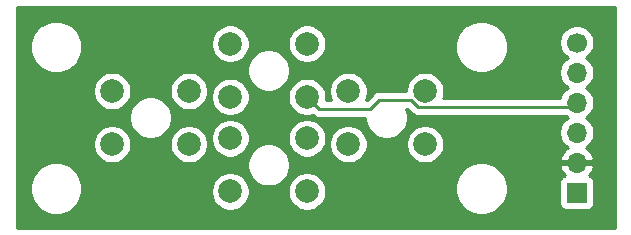
<source format=gbr>
%TF.GenerationSoftware,KiCad,Pcbnew,5.1.7-a382d34a8~88~ubuntu18.04.1*%
%TF.CreationDate,2021-05-23T11:53:04+02:00*%
%TF.ProjectId,button-board-6x6mm-4buttons,62757474-6f6e-42d6-926f-6172642d3678,v1r1*%
%TF.SameCoordinates,Original*%
%TF.FileFunction,Copper,L1,Top*%
%TF.FilePolarity,Positive*%
%FSLAX46Y46*%
G04 Gerber Fmt 4.6, Leading zero omitted, Abs format (unit mm)*
G04 Created by KiCad (PCBNEW 5.1.7-a382d34a8~88~ubuntu18.04.1) date 2021-05-23 11:53:04*
%MOMM*%
%LPD*%
G01*
G04 APERTURE LIST*
%TA.AperFunction,ComponentPad*%
%ADD10R,1.700000X1.700000*%
%TD*%
%TA.AperFunction,ComponentPad*%
%ADD11O,1.700000X1.700000*%
%TD*%
%TA.AperFunction,ComponentPad*%
%ADD12C,1.700000*%
%TD*%
%TA.AperFunction,ComponentPad*%
%ADD13C,2.000000*%
%TD*%
%TA.AperFunction,ViaPad*%
%ADD14C,0.800000*%
%TD*%
%TA.AperFunction,Conductor*%
%ADD15C,0.250000*%
%TD*%
%TA.AperFunction,Conductor*%
%ADD16C,0.254000*%
%TD*%
%TA.AperFunction,Conductor*%
%ADD17C,0.100000*%
%TD*%
G04 APERTURE END LIST*
D10*
%TO.P,J1,6*%
%TO.N,GND*%
X84600000Y-48350000D03*
D11*
%TO.P,J1,5*%
%TO.N,VCC*%
X84600000Y-45810000D03*
%TO.P,J1,4*%
%TO.N,Net-(J1-Pad4)*%
X84600000Y-43270000D03*
%TO.P,J1,3*%
%TO.N,Net-(J1-Pad3)*%
X84600000Y-40730000D03*
%TO.P,J1,2*%
%TO.N,Net-(J1-Pad2)*%
X84600000Y-38190000D03*
D12*
%TO.P,J1,1*%
%TO.N,Net-(J1-Pad1)*%
X84600000Y-35650000D03*
%TD*%
D13*
%TO.P,SW4,1*%
%TO.N,Net-(JP4-Pad2)*%
X71750000Y-39750000D03*
%TO.P,SW4,2*%
%TO.N,Net-(J1-Pad4)*%
X71750000Y-44250000D03*
%TO.P,SW4,1*%
%TO.N,Net-(JP4-Pad2)*%
X65250000Y-39750000D03*
%TO.P,SW4,2*%
%TO.N,Net-(J1-Pad4)*%
X65250000Y-44250000D03*
%TD*%
%TO.P,SW3,1*%
%TO.N,Net-(JP3-Pad2)*%
X61750000Y-35750000D03*
%TO.P,SW3,2*%
%TO.N,Net-(J1-Pad3)*%
X61750000Y-40250000D03*
%TO.P,SW3,1*%
%TO.N,Net-(JP3-Pad2)*%
X55250000Y-35750000D03*
%TO.P,SW3,2*%
%TO.N,Net-(J1-Pad3)*%
X55250000Y-40250000D03*
%TD*%
%TO.P,SW2,1*%
%TO.N,Net-(JP2-Pad2)*%
X61750000Y-43750000D03*
%TO.P,SW2,2*%
%TO.N,Net-(J1-Pad2)*%
X61750000Y-48250000D03*
%TO.P,SW2,1*%
%TO.N,Net-(JP2-Pad2)*%
X55250000Y-43750000D03*
%TO.P,SW2,2*%
%TO.N,Net-(J1-Pad2)*%
X55250000Y-48250000D03*
%TD*%
%TO.P,SW1,1*%
%TO.N,Net-(JP1-Pad2)*%
X51750000Y-39750000D03*
%TO.P,SW1,2*%
%TO.N,Net-(J1-Pad1)*%
X51750000Y-44250000D03*
%TO.P,SW1,1*%
%TO.N,Net-(JP1-Pad2)*%
X45250000Y-39750000D03*
%TO.P,SW1,2*%
%TO.N,Net-(J1-Pad1)*%
X45250000Y-44250000D03*
%TD*%
D14*
%TO.N,VCC*%
X73200000Y-37100000D03*
X53350000Y-35750000D03*
X53150000Y-48250000D03*
X43350000Y-39750000D03*
%TD*%
D15*
%TO.N,Net-(J1-Pad3)*%
X84254999Y-41075001D02*
X84600000Y-40730000D01*
X71113999Y-41075001D02*
X84254999Y-41075001D01*
X70532803Y-40493805D02*
X71113999Y-41075001D01*
X67877715Y-40493805D02*
X70532803Y-40493805D01*
X67121521Y-41249999D02*
X67877715Y-40493805D01*
X62749999Y-41249999D02*
X67121521Y-41249999D01*
X61750000Y-40250000D02*
X62749999Y-41249999D01*
%TD*%
D16*
%TO.N,VCC*%
X87840001Y-51340000D02*
X37160000Y-51340000D01*
X37160000Y-47796552D01*
X38270380Y-47796552D01*
X38270380Y-48236808D01*
X38356270Y-48668605D01*
X38524749Y-49075349D01*
X38769342Y-49441409D01*
X39080651Y-49752718D01*
X39446711Y-49997311D01*
X39853455Y-50165790D01*
X40285252Y-50251680D01*
X40725508Y-50251680D01*
X41157305Y-50165790D01*
X41564049Y-49997311D01*
X41930109Y-49752718D01*
X42241418Y-49441409D01*
X42486011Y-49075349D01*
X42654490Y-48668605D01*
X42740380Y-48236808D01*
X42740380Y-48088967D01*
X53615000Y-48088967D01*
X53615000Y-48411033D01*
X53677832Y-48726912D01*
X53801082Y-49024463D01*
X53980013Y-49292252D01*
X54207748Y-49519987D01*
X54475537Y-49698918D01*
X54773088Y-49822168D01*
X55088967Y-49885000D01*
X55411033Y-49885000D01*
X55726912Y-49822168D01*
X56024463Y-49698918D01*
X56292252Y-49519987D01*
X56519987Y-49292252D01*
X56698918Y-49024463D01*
X56822168Y-48726912D01*
X56885000Y-48411033D01*
X56885000Y-48088967D01*
X60115000Y-48088967D01*
X60115000Y-48411033D01*
X60177832Y-48726912D01*
X60301082Y-49024463D01*
X60480013Y-49292252D01*
X60707748Y-49519987D01*
X60975537Y-49698918D01*
X61273088Y-49822168D01*
X61588967Y-49885000D01*
X61911033Y-49885000D01*
X62226912Y-49822168D01*
X62524463Y-49698918D01*
X62792252Y-49519987D01*
X63019987Y-49292252D01*
X63198918Y-49024463D01*
X63322168Y-48726912D01*
X63385000Y-48411033D01*
X63385000Y-48088967D01*
X63326836Y-47796552D01*
X74262180Y-47796552D01*
X74262180Y-48236808D01*
X74348070Y-48668605D01*
X74516549Y-49075349D01*
X74761142Y-49441409D01*
X75072451Y-49752718D01*
X75438511Y-49997311D01*
X75845255Y-50165790D01*
X76277052Y-50251680D01*
X76717308Y-50251680D01*
X77149105Y-50165790D01*
X77555849Y-49997311D01*
X77921909Y-49752718D01*
X78233218Y-49441409D01*
X78477811Y-49075349D01*
X78646290Y-48668605D01*
X78732180Y-48236808D01*
X78732180Y-47796552D01*
X78673192Y-47500000D01*
X83111928Y-47500000D01*
X83111928Y-49200000D01*
X83124188Y-49324482D01*
X83160498Y-49444180D01*
X83219463Y-49554494D01*
X83298815Y-49651185D01*
X83395506Y-49730537D01*
X83505820Y-49789502D01*
X83625518Y-49825812D01*
X83750000Y-49838072D01*
X85450000Y-49838072D01*
X85574482Y-49825812D01*
X85694180Y-49789502D01*
X85804494Y-49730537D01*
X85901185Y-49651185D01*
X85980537Y-49554494D01*
X86039502Y-49444180D01*
X86075812Y-49324482D01*
X86088072Y-49200000D01*
X86088072Y-47500000D01*
X86075812Y-47375518D01*
X86039502Y-47255820D01*
X85980537Y-47145506D01*
X85901185Y-47048815D01*
X85804494Y-46969463D01*
X85694180Y-46910498D01*
X85613534Y-46886034D01*
X85697588Y-46810269D01*
X85871641Y-46576920D01*
X85996825Y-46314099D01*
X86041476Y-46166890D01*
X85920155Y-45937000D01*
X84727000Y-45937000D01*
X84727000Y-45957000D01*
X84473000Y-45957000D01*
X84473000Y-45937000D01*
X83279845Y-45937000D01*
X83158524Y-46166890D01*
X83203175Y-46314099D01*
X83328359Y-46576920D01*
X83502412Y-46810269D01*
X83586466Y-46886034D01*
X83505820Y-46910498D01*
X83395506Y-46969463D01*
X83298815Y-47048815D01*
X83219463Y-47145506D01*
X83160498Y-47255820D01*
X83124188Y-47375518D01*
X83111928Y-47500000D01*
X78673192Y-47500000D01*
X78646290Y-47364755D01*
X78477811Y-46958011D01*
X78233218Y-46591951D01*
X77921909Y-46280642D01*
X77555849Y-46036049D01*
X77149105Y-45867570D01*
X76717308Y-45781680D01*
X76277052Y-45781680D01*
X75845255Y-45867570D01*
X75438511Y-46036049D01*
X75072451Y-46280642D01*
X74761142Y-46591951D01*
X74516549Y-46958011D01*
X74348070Y-47364755D01*
X74262180Y-47796552D01*
X63326836Y-47796552D01*
X63322168Y-47773088D01*
X63198918Y-47475537D01*
X63019987Y-47207748D01*
X62792252Y-46980013D01*
X62524463Y-46801082D01*
X62226912Y-46677832D01*
X61911033Y-46615000D01*
X61588967Y-46615000D01*
X61273088Y-46677832D01*
X60975537Y-46801082D01*
X60707748Y-46980013D01*
X60480013Y-47207748D01*
X60301082Y-47475537D01*
X60177832Y-47773088D01*
X60115000Y-48088967D01*
X56885000Y-48088967D01*
X56822168Y-47773088D01*
X56698918Y-47475537D01*
X56519987Y-47207748D01*
X56292252Y-46980013D01*
X56024463Y-46801082D01*
X55726912Y-46677832D01*
X55411033Y-46615000D01*
X55088967Y-46615000D01*
X54773088Y-46677832D01*
X54475537Y-46801082D01*
X54207748Y-46980013D01*
X53980013Y-47207748D01*
X53801082Y-47475537D01*
X53677832Y-47773088D01*
X53615000Y-48088967D01*
X42740380Y-48088967D01*
X42740380Y-47796552D01*
X42654490Y-47364755D01*
X42486011Y-46958011D01*
X42241418Y-46591951D01*
X41930109Y-46280642D01*
X41564049Y-46036049D01*
X41157305Y-45867570D01*
X40725508Y-45781680D01*
X40285252Y-45781680D01*
X39853455Y-45867570D01*
X39446711Y-46036049D01*
X39080651Y-46280642D01*
X38769342Y-46591951D01*
X38524749Y-46958011D01*
X38356270Y-47364755D01*
X38270380Y-47796552D01*
X37160000Y-47796552D01*
X37160000Y-44088967D01*
X43615000Y-44088967D01*
X43615000Y-44411033D01*
X43677832Y-44726912D01*
X43801082Y-45024463D01*
X43980013Y-45292252D01*
X44207748Y-45519987D01*
X44475537Y-45698918D01*
X44773088Y-45822168D01*
X45088967Y-45885000D01*
X45411033Y-45885000D01*
X45726912Y-45822168D01*
X46024463Y-45698918D01*
X46292252Y-45519987D01*
X46519987Y-45292252D01*
X46698918Y-45024463D01*
X46822168Y-44726912D01*
X46885000Y-44411033D01*
X46885000Y-44088967D01*
X50115000Y-44088967D01*
X50115000Y-44411033D01*
X50177832Y-44726912D01*
X50301082Y-45024463D01*
X50480013Y-45292252D01*
X50707748Y-45519987D01*
X50975537Y-45698918D01*
X51273088Y-45822168D01*
X51588967Y-45885000D01*
X51911033Y-45885000D01*
X52226912Y-45822168D01*
X52230627Y-45820629D01*
X56678812Y-45820629D01*
X56678812Y-46179371D01*
X56748799Y-46531221D01*
X56886084Y-46862656D01*
X57085391Y-47160940D01*
X57339060Y-47414609D01*
X57637344Y-47613916D01*
X57968779Y-47751201D01*
X58320629Y-47821188D01*
X58679371Y-47821188D01*
X59031221Y-47751201D01*
X59362656Y-47613916D01*
X59660940Y-47414609D01*
X59914609Y-47160940D01*
X60113916Y-46862656D01*
X60251201Y-46531221D01*
X60321188Y-46179371D01*
X60321188Y-45820629D01*
X60251201Y-45468779D01*
X60113916Y-45137344D01*
X59914609Y-44839060D01*
X59660940Y-44585391D01*
X59362656Y-44386084D01*
X59031221Y-44248799D01*
X58679371Y-44178812D01*
X58320629Y-44178812D01*
X57968779Y-44248799D01*
X57637344Y-44386084D01*
X57339060Y-44585391D01*
X57085391Y-44839060D01*
X56886084Y-45137344D01*
X56748799Y-45468779D01*
X56678812Y-45820629D01*
X52230627Y-45820629D01*
X52524463Y-45698918D01*
X52792252Y-45519987D01*
X53019987Y-45292252D01*
X53198918Y-45024463D01*
X53322168Y-44726912D01*
X53385000Y-44411033D01*
X53385000Y-44088967D01*
X53322168Y-43773088D01*
X53245903Y-43588967D01*
X53615000Y-43588967D01*
X53615000Y-43911033D01*
X53677832Y-44226912D01*
X53801082Y-44524463D01*
X53980013Y-44792252D01*
X54207748Y-45019987D01*
X54475537Y-45198918D01*
X54773088Y-45322168D01*
X55088967Y-45385000D01*
X55411033Y-45385000D01*
X55726912Y-45322168D01*
X56024463Y-45198918D01*
X56292252Y-45019987D01*
X56519987Y-44792252D01*
X56698918Y-44524463D01*
X56822168Y-44226912D01*
X56885000Y-43911033D01*
X56885000Y-43588967D01*
X60115000Y-43588967D01*
X60115000Y-43911033D01*
X60177832Y-44226912D01*
X60301082Y-44524463D01*
X60480013Y-44792252D01*
X60707748Y-45019987D01*
X60975537Y-45198918D01*
X61273088Y-45322168D01*
X61588967Y-45385000D01*
X61911033Y-45385000D01*
X62226912Y-45322168D01*
X62524463Y-45198918D01*
X62792252Y-45019987D01*
X63019987Y-44792252D01*
X63198918Y-44524463D01*
X63322168Y-44226912D01*
X63349606Y-44088967D01*
X63615000Y-44088967D01*
X63615000Y-44411033D01*
X63677832Y-44726912D01*
X63801082Y-45024463D01*
X63980013Y-45292252D01*
X64207748Y-45519987D01*
X64475537Y-45698918D01*
X64773088Y-45822168D01*
X65088967Y-45885000D01*
X65411033Y-45885000D01*
X65726912Y-45822168D01*
X66024463Y-45698918D01*
X66292252Y-45519987D01*
X66519987Y-45292252D01*
X66698918Y-45024463D01*
X66822168Y-44726912D01*
X66885000Y-44411033D01*
X66885000Y-44088967D01*
X70115000Y-44088967D01*
X70115000Y-44411033D01*
X70177832Y-44726912D01*
X70301082Y-45024463D01*
X70480013Y-45292252D01*
X70707748Y-45519987D01*
X70975537Y-45698918D01*
X71273088Y-45822168D01*
X71588967Y-45885000D01*
X71911033Y-45885000D01*
X72226912Y-45822168D01*
X72524463Y-45698918D01*
X72792252Y-45519987D01*
X73019987Y-45292252D01*
X73198918Y-45024463D01*
X73322168Y-44726912D01*
X73385000Y-44411033D01*
X73385000Y-44088967D01*
X73322168Y-43773088D01*
X73198918Y-43475537D01*
X73019987Y-43207748D01*
X72792252Y-42980013D01*
X72524463Y-42801082D01*
X72226912Y-42677832D01*
X71911033Y-42615000D01*
X71588967Y-42615000D01*
X71273088Y-42677832D01*
X70975537Y-42801082D01*
X70707748Y-42980013D01*
X70480013Y-43207748D01*
X70301082Y-43475537D01*
X70177832Y-43773088D01*
X70115000Y-44088967D01*
X66885000Y-44088967D01*
X66822168Y-43773088D01*
X66698918Y-43475537D01*
X66519987Y-43207748D01*
X66292252Y-42980013D01*
X66024463Y-42801082D01*
X65726912Y-42677832D01*
X65411033Y-42615000D01*
X65088967Y-42615000D01*
X64773088Y-42677832D01*
X64475537Y-42801082D01*
X64207748Y-42980013D01*
X63980013Y-43207748D01*
X63801082Y-43475537D01*
X63677832Y-43773088D01*
X63615000Y-44088967D01*
X63349606Y-44088967D01*
X63385000Y-43911033D01*
X63385000Y-43588967D01*
X63322168Y-43273088D01*
X63198918Y-42975537D01*
X63019987Y-42707748D01*
X62792252Y-42480013D01*
X62524463Y-42301082D01*
X62226912Y-42177832D01*
X61911033Y-42115000D01*
X61588967Y-42115000D01*
X61273088Y-42177832D01*
X60975537Y-42301082D01*
X60707748Y-42480013D01*
X60480013Y-42707748D01*
X60301082Y-42975537D01*
X60177832Y-43273088D01*
X60115000Y-43588967D01*
X56885000Y-43588967D01*
X56822168Y-43273088D01*
X56698918Y-42975537D01*
X56519987Y-42707748D01*
X56292252Y-42480013D01*
X56024463Y-42301082D01*
X55726912Y-42177832D01*
X55411033Y-42115000D01*
X55088967Y-42115000D01*
X54773088Y-42177832D01*
X54475537Y-42301082D01*
X54207748Y-42480013D01*
X53980013Y-42707748D01*
X53801082Y-42975537D01*
X53677832Y-43273088D01*
X53615000Y-43588967D01*
X53245903Y-43588967D01*
X53198918Y-43475537D01*
X53019987Y-43207748D01*
X52792252Y-42980013D01*
X52524463Y-42801082D01*
X52226912Y-42677832D01*
X51911033Y-42615000D01*
X51588967Y-42615000D01*
X51273088Y-42677832D01*
X50975537Y-42801082D01*
X50707748Y-42980013D01*
X50480013Y-43207748D01*
X50301082Y-43475537D01*
X50177832Y-43773088D01*
X50115000Y-44088967D01*
X46885000Y-44088967D01*
X46822168Y-43773088D01*
X46698918Y-43475537D01*
X46519987Y-43207748D01*
X46292252Y-42980013D01*
X46024463Y-42801082D01*
X45726912Y-42677832D01*
X45411033Y-42615000D01*
X45088967Y-42615000D01*
X44773088Y-42677832D01*
X44475537Y-42801082D01*
X44207748Y-42980013D01*
X43980013Y-43207748D01*
X43801082Y-43475537D01*
X43677832Y-43773088D01*
X43615000Y-44088967D01*
X37160000Y-44088967D01*
X37160000Y-41820629D01*
X46678812Y-41820629D01*
X46678812Y-42179371D01*
X46748799Y-42531221D01*
X46886084Y-42862656D01*
X47085391Y-43160940D01*
X47339060Y-43414609D01*
X47637344Y-43613916D01*
X47968779Y-43751201D01*
X48320629Y-43821188D01*
X48679371Y-43821188D01*
X49031221Y-43751201D01*
X49362656Y-43613916D01*
X49660940Y-43414609D01*
X49914609Y-43160940D01*
X50113916Y-42862656D01*
X50251201Y-42531221D01*
X50321188Y-42179371D01*
X50321188Y-41820629D01*
X50251201Y-41468779D01*
X50113916Y-41137344D01*
X49914609Y-40839060D01*
X49660940Y-40585391D01*
X49362656Y-40386084D01*
X49031221Y-40248799D01*
X48679371Y-40178812D01*
X48320629Y-40178812D01*
X47968779Y-40248799D01*
X47637344Y-40386084D01*
X47339060Y-40585391D01*
X47085391Y-40839060D01*
X46886084Y-41137344D01*
X46748799Y-41468779D01*
X46678812Y-41820629D01*
X37160000Y-41820629D01*
X37160000Y-39588967D01*
X43615000Y-39588967D01*
X43615000Y-39911033D01*
X43677832Y-40226912D01*
X43801082Y-40524463D01*
X43980013Y-40792252D01*
X44207748Y-41019987D01*
X44475537Y-41198918D01*
X44773088Y-41322168D01*
X45088967Y-41385000D01*
X45411033Y-41385000D01*
X45726912Y-41322168D01*
X46024463Y-41198918D01*
X46292252Y-41019987D01*
X46519987Y-40792252D01*
X46698918Y-40524463D01*
X46822168Y-40226912D01*
X46885000Y-39911033D01*
X46885000Y-39588967D01*
X50115000Y-39588967D01*
X50115000Y-39911033D01*
X50177832Y-40226912D01*
X50301082Y-40524463D01*
X50480013Y-40792252D01*
X50707748Y-41019987D01*
X50975537Y-41198918D01*
X51273088Y-41322168D01*
X51588967Y-41385000D01*
X51911033Y-41385000D01*
X52226912Y-41322168D01*
X52524463Y-41198918D01*
X52792252Y-41019987D01*
X53019987Y-40792252D01*
X53198918Y-40524463D01*
X53322168Y-40226912D01*
X53349606Y-40088967D01*
X53615000Y-40088967D01*
X53615000Y-40411033D01*
X53677832Y-40726912D01*
X53801082Y-41024463D01*
X53980013Y-41292252D01*
X54207748Y-41519987D01*
X54475537Y-41698918D01*
X54773088Y-41822168D01*
X55088967Y-41885000D01*
X55411033Y-41885000D01*
X55726912Y-41822168D01*
X56024463Y-41698918D01*
X56292252Y-41519987D01*
X56519987Y-41292252D01*
X56698918Y-41024463D01*
X56822168Y-40726912D01*
X56885000Y-40411033D01*
X56885000Y-40088967D01*
X60115000Y-40088967D01*
X60115000Y-40411033D01*
X60177832Y-40726912D01*
X60301082Y-41024463D01*
X60480013Y-41292252D01*
X60707748Y-41519987D01*
X60975537Y-41698918D01*
X61273088Y-41822168D01*
X61588967Y-41885000D01*
X61911033Y-41885000D01*
X62226912Y-41822168D01*
X62241721Y-41816034D01*
X62325722Y-41884973D01*
X62451067Y-41951972D01*
X62457752Y-41955545D01*
X62601013Y-41999002D01*
X62712666Y-42009999D01*
X62712675Y-42009999D01*
X62749998Y-42013675D01*
X62787321Y-42009999D01*
X66678812Y-42009999D01*
X66678812Y-42179371D01*
X66748799Y-42531221D01*
X66886084Y-42862656D01*
X67085391Y-43160940D01*
X67339060Y-43414609D01*
X67637344Y-43613916D01*
X67968779Y-43751201D01*
X68320629Y-43821188D01*
X68679371Y-43821188D01*
X69031221Y-43751201D01*
X69362656Y-43613916D01*
X69660940Y-43414609D01*
X69914609Y-43160940D01*
X70113916Y-42862656D01*
X70251201Y-42531221D01*
X70321188Y-42179371D01*
X70321188Y-41820629D01*
X70251201Y-41468779D01*
X70162156Y-41253805D01*
X70218002Y-41253805D01*
X70550199Y-41586003D01*
X70573998Y-41615002D01*
X70689723Y-41709975D01*
X70821752Y-41780547D01*
X70965013Y-41824004D01*
X71076666Y-41835001D01*
X71076675Y-41835001D01*
X71113998Y-41838677D01*
X71151321Y-41835001D01*
X83604894Y-41835001D01*
X83653368Y-41883475D01*
X83827760Y-42000000D01*
X83653368Y-42116525D01*
X83446525Y-42323368D01*
X83284010Y-42566589D01*
X83172068Y-42836842D01*
X83115000Y-43123740D01*
X83115000Y-43416260D01*
X83172068Y-43703158D01*
X83284010Y-43973411D01*
X83446525Y-44216632D01*
X83653368Y-44423475D01*
X83835534Y-44545195D01*
X83718645Y-44614822D01*
X83502412Y-44809731D01*
X83328359Y-45043080D01*
X83203175Y-45305901D01*
X83158524Y-45453110D01*
X83279845Y-45683000D01*
X84473000Y-45683000D01*
X84473000Y-45663000D01*
X84727000Y-45663000D01*
X84727000Y-45683000D01*
X85920155Y-45683000D01*
X86041476Y-45453110D01*
X85996825Y-45305901D01*
X85871641Y-45043080D01*
X85697588Y-44809731D01*
X85481355Y-44614822D01*
X85364466Y-44545195D01*
X85546632Y-44423475D01*
X85753475Y-44216632D01*
X85915990Y-43973411D01*
X86027932Y-43703158D01*
X86085000Y-43416260D01*
X86085000Y-43123740D01*
X86027932Y-42836842D01*
X85915990Y-42566589D01*
X85753475Y-42323368D01*
X85546632Y-42116525D01*
X85372240Y-42000000D01*
X85546632Y-41883475D01*
X85753475Y-41676632D01*
X85915990Y-41433411D01*
X86027932Y-41163158D01*
X86085000Y-40876260D01*
X86085000Y-40583740D01*
X86027932Y-40296842D01*
X85915990Y-40026589D01*
X85753475Y-39783368D01*
X85546632Y-39576525D01*
X85372240Y-39460000D01*
X85546632Y-39343475D01*
X85753475Y-39136632D01*
X85915990Y-38893411D01*
X86027932Y-38623158D01*
X86085000Y-38336260D01*
X86085000Y-38043740D01*
X86027932Y-37756842D01*
X85915990Y-37486589D01*
X85753475Y-37243368D01*
X85546632Y-37036525D01*
X85372240Y-36920000D01*
X85546632Y-36803475D01*
X85753475Y-36596632D01*
X85915990Y-36353411D01*
X86027932Y-36083158D01*
X86085000Y-35796260D01*
X86085000Y-35503740D01*
X86027932Y-35216842D01*
X85915990Y-34946589D01*
X85753475Y-34703368D01*
X85546632Y-34496525D01*
X85303411Y-34334010D01*
X85033158Y-34222068D01*
X84746260Y-34165000D01*
X84453740Y-34165000D01*
X84166842Y-34222068D01*
X83896589Y-34334010D01*
X83653368Y-34496525D01*
X83446525Y-34703368D01*
X83284010Y-34946589D01*
X83172068Y-35216842D01*
X83115000Y-35503740D01*
X83115000Y-35796260D01*
X83172068Y-36083158D01*
X83284010Y-36353411D01*
X83446525Y-36596632D01*
X83653368Y-36803475D01*
X83827760Y-36920000D01*
X83653368Y-37036525D01*
X83446525Y-37243368D01*
X83284010Y-37486589D01*
X83172068Y-37756842D01*
X83115000Y-38043740D01*
X83115000Y-38336260D01*
X83172068Y-38623158D01*
X83284010Y-38893411D01*
X83446525Y-39136632D01*
X83653368Y-39343475D01*
X83827760Y-39460000D01*
X83653368Y-39576525D01*
X83446525Y-39783368D01*
X83284010Y-40026589D01*
X83172068Y-40296842D01*
X83168456Y-40315001D01*
X73285680Y-40315001D01*
X73322168Y-40226912D01*
X73385000Y-39911033D01*
X73385000Y-39588967D01*
X73322168Y-39273088D01*
X73198918Y-38975537D01*
X73019987Y-38707748D01*
X72792252Y-38480013D01*
X72524463Y-38301082D01*
X72226912Y-38177832D01*
X71911033Y-38115000D01*
X71588967Y-38115000D01*
X71273088Y-38177832D01*
X70975537Y-38301082D01*
X70707748Y-38480013D01*
X70480013Y-38707748D01*
X70301082Y-38975537D01*
X70177832Y-39273088D01*
X70115000Y-39588967D01*
X70115000Y-39733805D01*
X67915038Y-39733805D01*
X67877715Y-39730129D01*
X67840392Y-39733805D01*
X67840382Y-39733805D01*
X67728729Y-39744802D01*
X67585468Y-39788259D01*
X67453439Y-39858831D01*
X67337714Y-39953804D01*
X67313916Y-39982803D01*
X66806720Y-40489999D01*
X66713193Y-40489999D01*
X66822168Y-40226912D01*
X66885000Y-39911033D01*
X66885000Y-39588967D01*
X66822168Y-39273088D01*
X66698918Y-38975537D01*
X66519987Y-38707748D01*
X66292252Y-38480013D01*
X66024463Y-38301082D01*
X65726912Y-38177832D01*
X65411033Y-38115000D01*
X65088967Y-38115000D01*
X64773088Y-38177832D01*
X64475537Y-38301082D01*
X64207748Y-38480013D01*
X63980013Y-38707748D01*
X63801082Y-38975537D01*
X63677832Y-39273088D01*
X63615000Y-39588967D01*
X63615000Y-39911033D01*
X63677832Y-40226912D01*
X63786807Y-40489999D01*
X63369293Y-40489999D01*
X63385000Y-40411033D01*
X63385000Y-40088967D01*
X63322168Y-39773088D01*
X63198918Y-39475537D01*
X63019987Y-39207748D01*
X62792252Y-38980013D01*
X62524463Y-38801082D01*
X62226912Y-38677832D01*
X61911033Y-38615000D01*
X61588967Y-38615000D01*
X61273088Y-38677832D01*
X60975537Y-38801082D01*
X60707748Y-38980013D01*
X60480013Y-39207748D01*
X60301082Y-39475537D01*
X60177832Y-39773088D01*
X60115000Y-40088967D01*
X56885000Y-40088967D01*
X56822168Y-39773088D01*
X56698918Y-39475537D01*
X56519987Y-39207748D01*
X56292252Y-38980013D01*
X56024463Y-38801082D01*
X55726912Y-38677832D01*
X55411033Y-38615000D01*
X55088967Y-38615000D01*
X54773088Y-38677832D01*
X54475537Y-38801082D01*
X54207748Y-38980013D01*
X53980013Y-39207748D01*
X53801082Y-39475537D01*
X53677832Y-39773088D01*
X53615000Y-40088967D01*
X53349606Y-40088967D01*
X53385000Y-39911033D01*
X53385000Y-39588967D01*
X53322168Y-39273088D01*
X53198918Y-38975537D01*
X53019987Y-38707748D01*
X52792252Y-38480013D01*
X52524463Y-38301082D01*
X52226912Y-38177832D01*
X51911033Y-38115000D01*
X51588967Y-38115000D01*
X51273088Y-38177832D01*
X50975537Y-38301082D01*
X50707748Y-38480013D01*
X50480013Y-38707748D01*
X50301082Y-38975537D01*
X50177832Y-39273088D01*
X50115000Y-39588967D01*
X46885000Y-39588967D01*
X46822168Y-39273088D01*
X46698918Y-38975537D01*
X46519987Y-38707748D01*
X46292252Y-38480013D01*
X46024463Y-38301082D01*
X45726912Y-38177832D01*
X45411033Y-38115000D01*
X45088967Y-38115000D01*
X44773088Y-38177832D01*
X44475537Y-38301082D01*
X44207748Y-38480013D01*
X43980013Y-38707748D01*
X43801082Y-38975537D01*
X43677832Y-39273088D01*
X43615000Y-39588967D01*
X37160000Y-39588967D01*
X37160000Y-35796552D01*
X38270380Y-35796552D01*
X38270380Y-36236808D01*
X38356270Y-36668605D01*
X38524749Y-37075349D01*
X38769342Y-37441409D01*
X39080651Y-37752718D01*
X39446711Y-37997311D01*
X39853455Y-38165790D01*
X40285252Y-38251680D01*
X40725508Y-38251680D01*
X41157305Y-38165790D01*
X41564049Y-37997311D01*
X41828472Y-37820629D01*
X56678812Y-37820629D01*
X56678812Y-38179371D01*
X56748799Y-38531221D01*
X56886084Y-38862656D01*
X57085391Y-39160940D01*
X57339060Y-39414609D01*
X57637344Y-39613916D01*
X57968779Y-39751201D01*
X58320629Y-39821188D01*
X58679371Y-39821188D01*
X59031221Y-39751201D01*
X59362656Y-39613916D01*
X59660940Y-39414609D01*
X59914609Y-39160940D01*
X60113916Y-38862656D01*
X60251201Y-38531221D01*
X60321188Y-38179371D01*
X60321188Y-37820629D01*
X60251201Y-37468779D01*
X60113916Y-37137344D01*
X59914609Y-36839060D01*
X59660940Y-36585391D01*
X59362656Y-36386084D01*
X59031221Y-36248799D01*
X58679371Y-36178812D01*
X58320629Y-36178812D01*
X57968779Y-36248799D01*
X57637344Y-36386084D01*
X57339060Y-36585391D01*
X57085391Y-36839060D01*
X56886084Y-37137344D01*
X56748799Y-37468779D01*
X56678812Y-37820629D01*
X41828472Y-37820629D01*
X41930109Y-37752718D01*
X42241418Y-37441409D01*
X42486011Y-37075349D01*
X42654490Y-36668605D01*
X42740380Y-36236808D01*
X42740380Y-35796552D01*
X42699089Y-35588967D01*
X53615000Y-35588967D01*
X53615000Y-35911033D01*
X53677832Y-36226912D01*
X53801082Y-36524463D01*
X53980013Y-36792252D01*
X54207748Y-37019987D01*
X54475537Y-37198918D01*
X54773088Y-37322168D01*
X55088967Y-37385000D01*
X55411033Y-37385000D01*
X55726912Y-37322168D01*
X56024463Y-37198918D01*
X56292252Y-37019987D01*
X56519987Y-36792252D01*
X56698918Y-36524463D01*
X56822168Y-36226912D01*
X56885000Y-35911033D01*
X56885000Y-35588967D01*
X60115000Y-35588967D01*
X60115000Y-35911033D01*
X60177832Y-36226912D01*
X60301082Y-36524463D01*
X60480013Y-36792252D01*
X60707748Y-37019987D01*
X60975537Y-37198918D01*
X61273088Y-37322168D01*
X61588967Y-37385000D01*
X61911033Y-37385000D01*
X62226912Y-37322168D01*
X62524463Y-37198918D01*
X62792252Y-37019987D01*
X63019987Y-36792252D01*
X63198918Y-36524463D01*
X63322168Y-36226912D01*
X63385000Y-35911033D01*
X63385000Y-35796552D01*
X74262180Y-35796552D01*
X74262180Y-36236808D01*
X74348070Y-36668605D01*
X74516549Y-37075349D01*
X74761142Y-37441409D01*
X75072451Y-37752718D01*
X75438511Y-37997311D01*
X75845255Y-38165790D01*
X76277052Y-38251680D01*
X76717308Y-38251680D01*
X77149105Y-38165790D01*
X77555849Y-37997311D01*
X77921909Y-37752718D01*
X78233218Y-37441409D01*
X78477811Y-37075349D01*
X78646290Y-36668605D01*
X78732180Y-36236808D01*
X78732180Y-35796552D01*
X78646290Y-35364755D01*
X78477811Y-34958011D01*
X78233218Y-34591951D01*
X77921909Y-34280642D01*
X77555849Y-34036049D01*
X77149105Y-33867570D01*
X76717308Y-33781680D01*
X76277052Y-33781680D01*
X75845255Y-33867570D01*
X75438511Y-34036049D01*
X75072451Y-34280642D01*
X74761142Y-34591951D01*
X74516549Y-34958011D01*
X74348070Y-35364755D01*
X74262180Y-35796552D01*
X63385000Y-35796552D01*
X63385000Y-35588967D01*
X63322168Y-35273088D01*
X63198918Y-34975537D01*
X63019987Y-34707748D01*
X62792252Y-34480013D01*
X62524463Y-34301082D01*
X62226912Y-34177832D01*
X61911033Y-34115000D01*
X61588967Y-34115000D01*
X61273088Y-34177832D01*
X60975537Y-34301082D01*
X60707748Y-34480013D01*
X60480013Y-34707748D01*
X60301082Y-34975537D01*
X60177832Y-35273088D01*
X60115000Y-35588967D01*
X56885000Y-35588967D01*
X56822168Y-35273088D01*
X56698918Y-34975537D01*
X56519987Y-34707748D01*
X56292252Y-34480013D01*
X56024463Y-34301082D01*
X55726912Y-34177832D01*
X55411033Y-34115000D01*
X55088967Y-34115000D01*
X54773088Y-34177832D01*
X54475537Y-34301082D01*
X54207748Y-34480013D01*
X53980013Y-34707748D01*
X53801082Y-34975537D01*
X53677832Y-35273088D01*
X53615000Y-35588967D01*
X42699089Y-35588967D01*
X42654490Y-35364755D01*
X42486011Y-34958011D01*
X42241418Y-34591951D01*
X41930109Y-34280642D01*
X41564049Y-34036049D01*
X41157305Y-33867570D01*
X40725508Y-33781680D01*
X40285252Y-33781680D01*
X39853455Y-33867570D01*
X39446711Y-34036049D01*
X39080651Y-34280642D01*
X38769342Y-34591951D01*
X38524749Y-34958011D01*
X38356270Y-35364755D01*
X38270380Y-35796552D01*
X37160000Y-35796552D01*
X37160000Y-32667275D01*
X37160666Y-32660487D01*
X37165301Y-32660000D01*
X87840000Y-32660000D01*
X87840001Y-51340000D01*
%TA.AperFunction,Conductor*%
D17*
G36*
X87840001Y-51340000D02*
G01*
X37160000Y-51340000D01*
X37160000Y-47796552D01*
X38270380Y-47796552D01*
X38270380Y-48236808D01*
X38356270Y-48668605D01*
X38524749Y-49075349D01*
X38769342Y-49441409D01*
X39080651Y-49752718D01*
X39446711Y-49997311D01*
X39853455Y-50165790D01*
X40285252Y-50251680D01*
X40725508Y-50251680D01*
X41157305Y-50165790D01*
X41564049Y-49997311D01*
X41930109Y-49752718D01*
X42241418Y-49441409D01*
X42486011Y-49075349D01*
X42654490Y-48668605D01*
X42740380Y-48236808D01*
X42740380Y-48088967D01*
X53615000Y-48088967D01*
X53615000Y-48411033D01*
X53677832Y-48726912D01*
X53801082Y-49024463D01*
X53980013Y-49292252D01*
X54207748Y-49519987D01*
X54475537Y-49698918D01*
X54773088Y-49822168D01*
X55088967Y-49885000D01*
X55411033Y-49885000D01*
X55726912Y-49822168D01*
X56024463Y-49698918D01*
X56292252Y-49519987D01*
X56519987Y-49292252D01*
X56698918Y-49024463D01*
X56822168Y-48726912D01*
X56885000Y-48411033D01*
X56885000Y-48088967D01*
X60115000Y-48088967D01*
X60115000Y-48411033D01*
X60177832Y-48726912D01*
X60301082Y-49024463D01*
X60480013Y-49292252D01*
X60707748Y-49519987D01*
X60975537Y-49698918D01*
X61273088Y-49822168D01*
X61588967Y-49885000D01*
X61911033Y-49885000D01*
X62226912Y-49822168D01*
X62524463Y-49698918D01*
X62792252Y-49519987D01*
X63019987Y-49292252D01*
X63198918Y-49024463D01*
X63322168Y-48726912D01*
X63385000Y-48411033D01*
X63385000Y-48088967D01*
X63326836Y-47796552D01*
X74262180Y-47796552D01*
X74262180Y-48236808D01*
X74348070Y-48668605D01*
X74516549Y-49075349D01*
X74761142Y-49441409D01*
X75072451Y-49752718D01*
X75438511Y-49997311D01*
X75845255Y-50165790D01*
X76277052Y-50251680D01*
X76717308Y-50251680D01*
X77149105Y-50165790D01*
X77555849Y-49997311D01*
X77921909Y-49752718D01*
X78233218Y-49441409D01*
X78477811Y-49075349D01*
X78646290Y-48668605D01*
X78732180Y-48236808D01*
X78732180Y-47796552D01*
X78673192Y-47500000D01*
X83111928Y-47500000D01*
X83111928Y-49200000D01*
X83124188Y-49324482D01*
X83160498Y-49444180D01*
X83219463Y-49554494D01*
X83298815Y-49651185D01*
X83395506Y-49730537D01*
X83505820Y-49789502D01*
X83625518Y-49825812D01*
X83750000Y-49838072D01*
X85450000Y-49838072D01*
X85574482Y-49825812D01*
X85694180Y-49789502D01*
X85804494Y-49730537D01*
X85901185Y-49651185D01*
X85980537Y-49554494D01*
X86039502Y-49444180D01*
X86075812Y-49324482D01*
X86088072Y-49200000D01*
X86088072Y-47500000D01*
X86075812Y-47375518D01*
X86039502Y-47255820D01*
X85980537Y-47145506D01*
X85901185Y-47048815D01*
X85804494Y-46969463D01*
X85694180Y-46910498D01*
X85613534Y-46886034D01*
X85697588Y-46810269D01*
X85871641Y-46576920D01*
X85996825Y-46314099D01*
X86041476Y-46166890D01*
X85920155Y-45937000D01*
X84727000Y-45937000D01*
X84727000Y-45957000D01*
X84473000Y-45957000D01*
X84473000Y-45937000D01*
X83279845Y-45937000D01*
X83158524Y-46166890D01*
X83203175Y-46314099D01*
X83328359Y-46576920D01*
X83502412Y-46810269D01*
X83586466Y-46886034D01*
X83505820Y-46910498D01*
X83395506Y-46969463D01*
X83298815Y-47048815D01*
X83219463Y-47145506D01*
X83160498Y-47255820D01*
X83124188Y-47375518D01*
X83111928Y-47500000D01*
X78673192Y-47500000D01*
X78646290Y-47364755D01*
X78477811Y-46958011D01*
X78233218Y-46591951D01*
X77921909Y-46280642D01*
X77555849Y-46036049D01*
X77149105Y-45867570D01*
X76717308Y-45781680D01*
X76277052Y-45781680D01*
X75845255Y-45867570D01*
X75438511Y-46036049D01*
X75072451Y-46280642D01*
X74761142Y-46591951D01*
X74516549Y-46958011D01*
X74348070Y-47364755D01*
X74262180Y-47796552D01*
X63326836Y-47796552D01*
X63322168Y-47773088D01*
X63198918Y-47475537D01*
X63019987Y-47207748D01*
X62792252Y-46980013D01*
X62524463Y-46801082D01*
X62226912Y-46677832D01*
X61911033Y-46615000D01*
X61588967Y-46615000D01*
X61273088Y-46677832D01*
X60975537Y-46801082D01*
X60707748Y-46980013D01*
X60480013Y-47207748D01*
X60301082Y-47475537D01*
X60177832Y-47773088D01*
X60115000Y-48088967D01*
X56885000Y-48088967D01*
X56822168Y-47773088D01*
X56698918Y-47475537D01*
X56519987Y-47207748D01*
X56292252Y-46980013D01*
X56024463Y-46801082D01*
X55726912Y-46677832D01*
X55411033Y-46615000D01*
X55088967Y-46615000D01*
X54773088Y-46677832D01*
X54475537Y-46801082D01*
X54207748Y-46980013D01*
X53980013Y-47207748D01*
X53801082Y-47475537D01*
X53677832Y-47773088D01*
X53615000Y-48088967D01*
X42740380Y-48088967D01*
X42740380Y-47796552D01*
X42654490Y-47364755D01*
X42486011Y-46958011D01*
X42241418Y-46591951D01*
X41930109Y-46280642D01*
X41564049Y-46036049D01*
X41157305Y-45867570D01*
X40725508Y-45781680D01*
X40285252Y-45781680D01*
X39853455Y-45867570D01*
X39446711Y-46036049D01*
X39080651Y-46280642D01*
X38769342Y-46591951D01*
X38524749Y-46958011D01*
X38356270Y-47364755D01*
X38270380Y-47796552D01*
X37160000Y-47796552D01*
X37160000Y-44088967D01*
X43615000Y-44088967D01*
X43615000Y-44411033D01*
X43677832Y-44726912D01*
X43801082Y-45024463D01*
X43980013Y-45292252D01*
X44207748Y-45519987D01*
X44475537Y-45698918D01*
X44773088Y-45822168D01*
X45088967Y-45885000D01*
X45411033Y-45885000D01*
X45726912Y-45822168D01*
X46024463Y-45698918D01*
X46292252Y-45519987D01*
X46519987Y-45292252D01*
X46698918Y-45024463D01*
X46822168Y-44726912D01*
X46885000Y-44411033D01*
X46885000Y-44088967D01*
X50115000Y-44088967D01*
X50115000Y-44411033D01*
X50177832Y-44726912D01*
X50301082Y-45024463D01*
X50480013Y-45292252D01*
X50707748Y-45519987D01*
X50975537Y-45698918D01*
X51273088Y-45822168D01*
X51588967Y-45885000D01*
X51911033Y-45885000D01*
X52226912Y-45822168D01*
X52230627Y-45820629D01*
X56678812Y-45820629D01*
X56678812Y-46179371D01*
X56748799Y-46531221D01*
X56886084Y-46862656D01*
X57085391Y-47160940D01*
X57339060Y-47414609D01*
X57637344Y-47613916D01*
X57968779Y-47751201D01*
X58320629Y-47821188D01*
X58679371Y-47821188D01*
X59031221Y-47751201D01*
X59362656Y-47613916D01*
X59660940Y-47414609D01*
X59914609Y-47160940D01*
X60113916Y-46862656D01*
X60251201Y-46531221D01*
X60321188Y-46179371D01*
X60321188Y-45820629D01*
X60251201Y-45468779D01*
X60113916Y-45137344D01*
X59914609Y-44839060D01*
X59660940Y-44585391D01*
X59362656Y-44386084D01*
X59031221Y-44248799D01*
X58679371Y-44178812D01*
X58320629Y-44178812D01*
X57968779Y-44248799D01*
X57637344Y-44386084D01*
X57339060Y-44585391D01*
X57085391Y-44839060D01*
X56886084Y-45137344D01*
X56748799Y-45468779D01*
X56678812Y-45820629D01*
X52230627Y-45820629D01*
X52524463Y-45698918D01*
X52792252Y-45519987D01*
X53019987Y-45292252D01*
X53198918Y-45024463D01*
X53322168Y-44726912D01*
X53385000Y-44411033D01*
X53385000Y-44088967D01*
X53322168Y-43773088D01*
X53245903Y-43588967D01*
X53615000Y-43588967D01*
X53615000Y-43911033D01*
X53677832Y-44226912D01*
X53801082Y-44524463D01*
X53980013Y-44792252D01*
X54207748Y-45019987D01*
X54475537Y-45198918D01*
X54773088Y-45322168D01*
X55088967Y-45385000D01*
X55411033Y-45385000D01*
X55726912Y-45322168D01*
X56024463Y-45198918D01*
X56292252Y-45019987D01*
X56519987Y-44792252D01*
X56698918Y-44524463D01*
X56822168Y-44226912D01*
X56885000Y-43911033D01*
X56885000Y-43588967D01*
X60115000Y-43588967D01*
X60115000Y-43911033D01*
X60177832Y-44226912D01*
X60301082Y-44524463D01*
X60480013Y-44792252D01*
X60707748Y-45019987D01*
X60975537Y-45198918D01*
X61273088Y-45322168D01*
X61588967Y-45385000D01*
X61911033Y-45385000D01*
X62226912Y-45322168D01*
X62524463Y-45198918D01*
X62792252Y-45019987D01*
X63019987Y-44792252D01*
X63198918Y-44524463D01*
X63322168Y-44226912D01*
X63349606Y-44088967D01*
X63615000Y-44088967D01*
X63615000Y-44411033D01*
X63677832Y-44726912D01*
X63801082Y-45024463D01*
X63980013Y-45292252D01*
X64207748Y-45519987D01*
X64475537Y-45698918D01*
X64773088Y-45822168D01*
X65088967Y-45885000D01*
X65411033Y-45885000D01*
X65726912Y-45822168D01*
X66024463Y-45698918D01*
X66292252Y-45519987D01*
X66519987Y-45292252D01*
X66698918Y-45024463D01*
X66822168Y-44726912D01*
X66885000Y-44411033D01*
X66885000Y-44088967D01*
X70115000Y-44088967D01*
X70115000Y-44411033D01*
X70177832Y-44726912D01*
X70301082Y-45024463D01*
X70480013Y-45292252D01*
X70707748Y-45519987D01*
X70975537Y-45698918D01*
X71273088Y-45822168D01*
X71588967Y-45885000D01*
X71911033Y-45885000D01*
X72226912Y-45822168D01*
X72524463Y-45698918D01*
X72792252Y-45519987D01*
X73019987Y-45292252D01*
X73198918Y-45024463D01*
X73322168Y-44726912D01*
X73385000Y-44411033D01*
X73385000Y-44088967D01*
X73322168Y-43773088D01*
X73198918Y-43475537D01*
X73019987Y-43207748D01*
X72792252Y-42980013D01*
X72524463Y-42801082D01*
X72226912Y-42677832D01*
X71911033Y-42615000D01*
X71588967Y-42615000D01*
X71273088Y-42677832D01*
X70975537Y-42801082D01*
X70707748Y-42980013D01*
X70480013Y-43207748D01*
X70301082Y-43475537D01*
X70177832Y-43773088D01*
X70115000Y-44088967D01*
X66885000Y-44088967D01*
X66822168Y-43773088D01*
X66698918Y-43475537D01*
X66519987Y-43207748D01*
X66292252Y-42980013D01*
X66024463Y-42801082D01*
X65726912Y-42677832D01*
X65411033Y-42615000D01*
X65088967Y-42615000D01*
X64773088Y-42677832D01*
X64475537Y-42801082D01*
X64207748Y-42980013D01*
X63980013Y-43207748D01*
X63801082Y-43475537D01*
X63677832Y-43773088D01*
X63615000Y-44088967D01*
X63349606Y-44088967D01*
X63385000Y-43911033D01*
X63385000Y-43588967D01*
X63322168Y-43273088D01*
X63198918Y-42975537D01*
X63019987Y-42707748D01*
X62792252Y-42480013D01*
X62524463Y-42301082D01*
X62226912Y-42177832D01*
X61911033Y-42115000D01*
X61588967Y-42115000D01*
X61273088Y-42177832D01*
X60975537Y-42301082D01*
X60707748Y-42480013D01*
X60480013Y-42707748D01*
X60301082Y-42975537D01*
X60177832Y-43273088D01*
X60115000Y-43588967D01*
X56885000Y-43588967D01*
X56822168Y-43273088D01*
X56698918Y-42975537D01*
X56519987Y-42707748D01*
X56292252Y-42480013D01*
X56024463Y-42301082D01*
X55726912Y-42177832D01*
X55411033Y-42115000D01*
X55088967Y-42115000D01*
X54773088Y-42177832D01*
X54475537Y-42301082D01*
X54207748Y-42480013D01*
X53980013Y-42707748D01*
X53801082Y-42975537D01*
X53677832Y-43273088D01*
X53615000Y-43588967D01*
X53245903Y-43588967D01*
X53198918Y-43475537D01*
X53019987Y-43207748D01*
X52792252Y-42980013D01*
X52524463Y-42801082D01*
X52226912Y-42677832D01*
X51911033Y-42615000D01*
X51588967Y-42615000D01*
X51273088Y-42677832D01*
X50975537Y-42801082D01*
X50707748Y-42980013D01*
X50480013Y-43207748D01*
X50301082Y-43475537D01*
X50177832Y-43773088D01*
X50115000Y-44088967D01*
X46885000Y-44088967D01*
X46822168Y-43773088D01*
X46698918Y-43475537D01*
X46519987Y-43207748D01*
X46292252Y-42980013D01*
X46024463Y-42801082D01*
X45726912Y-42677832D01*
X45411033Y-42615000D01*
X45088967Y-42615000D01*
X44773088Y-42677832D01*
X44475537Y-42801082D01*
X44207748Y-42980013D01*
X43980013Y-43207748D01*
X43801082Y-43475537D01*
X43677832Y-43773088D01*
X43615000Y-44088967D01*
X37160000Y-44088967D01*
X37160000Y-41820629D01*
X46678812Y-41820629D01*
X46678812Y-42179371D01*
X46748799Y-42531221D01*
X46886084Y-42862656D01*
X47085391Y-43160940D01*
X47339060Y-43414609D01*
X47637344Y-43613916D01*
X47968779Y-43751201D01*
X48320629Y-43821188D01*
X48679371Y-43821188D01*
X49031221Y-43751201D01*
X49362656Y-43613916D01*
X49660940Y-43414609D01*
X49914609Y-43160940D01*
X50113916Y-42862656D01*
X50251201Y-42531221D01*
X50321188Y-42179371D01*
X50321188Y-41820629D01*
X50251201Y-41468779D01*
X50113916Y-41137344D01*
X49914609Y-40839060D01*
X49660940Y-40585391D01*
X49362656Y-40386084D01*
X49031221Y-40248799D01*
X48679371Y-40178812D01*
X48320629Y-40178812D01*
X47968779Y-40248799D01*
X47637344Y-40386084D01*
X47339060Y-40585391D01*
X47085391Y-40839060D01*
X46886084Y-41137344D01*
X46748799Y-41468779D01*
X46678812Y-41820629D01*
X37160000Y-41820629D01*
X37160000Y-39588967D01*
X43615000Y-39588967D01*
X43615000Y-39911033D01*
X43677832Y-40226912D01*
X43801082Y-40524463D01*
X43980013Y-40792252D01*
X44207748Y-41019987D01*
X44475537Y-41198918D01*
X44773088Y-41322168D01*
X45088967Y-41385000D01*
X45411033Y-41385000D01*
X45726912Y-41322168D01*
X46024463Y-41198918D01*
X46292252Y-41019987D01*
X46519987Y-40792252D01*
X46698918Y-40524463D01*
X46822168Y-40226912D01*
X46885000Y-39911033D01*
X46885000Y-39588967D01*
X50115000Y-39588967D01*
X50115000Y-39911033D01*
X50177832Y-40226912D01*
X50301082Y-40524463D01*
X50480013Y-40792252D01*
X50707748Y-41019987D01*
X50975537Y-41198918D01*
X51273088Y-41322168D01*
X51588967Y-41385000D01*
X51911033Y-41385000D01*
X52226912Y-41322168D01*
X52524463Y-41198918D01*
X52792252Y-41019987D01*
X53019987Y-40792252D01*
X53198918Y-40524463D01*
X53322168Y-40226912D01*
X53349606Y-40088967D01*
X53615000Y-40088967D01*
X53615000Y-40411033D01*
X53677832Y-40726912D01*
X53801082Y-41024463D01*
X53980013Y-41292252D01*
X54207748Y-41519987D01*
X54475537Y-41698918D01*
X54773088Y-41822168D01*
X55088967Y-41885000D01*
X55411033Y-41885000D01*
X55726912Y-41822168D01*
X56024463Y-41698918D01*
X56292252Y-41519987D01*
X56519987Y-41292252D01*
X56698918Y-41024463D01*
X56822168Y-40726912D01*
X56885000Y-40411033D01*
X56885000Y-40088967D01*
X60115000Y-40088967D01*
X60115000Y-40411033D01*
X60177832Y-40726912D01*
X60301082Y-41024463D01*
X60480013Y-41292252D01*
X60707748Y-41519987D01*
X60975537Y-41698918D01*
X61273088Y-41822168D01*
X61588967Y-41885000D01*
X61911033Y-41885000D01*
X62226912Y-41822168D01*
X62241721Y-41816034D01*
X62325722Y-41884973D01*
X62451067Y-41951972D01*
X62457752Y-41955545D01*
X62601013Y-41999002D01*
X62712666Y-42009999D01*
X62712675Y-42009999D01*
X62749998Y-42013675D01*
X62787321Y-42009999D01*
X66678812Y-42009999D01*
X66678812Y-42179371D01*
X66748799Y-42531221D01*
X66886084Y-42862656D01*
X67085391Y-43160940D01*
X67339060Y-43414609D01*
X67637344Y-43613916D01*
X67968779Y-43751201D01*
X68320629Y-43821188D01*
X68679371Y-43821188D01*
X69031221Y-43751201D01*
X69362656Y-43613916D01*
X69660940Y-43414609D01*
X69914609Y-43160940D01*
X70113916Y-42862656D01*
X70251201Y-42531221D01*
X70321188Y-42179371D01*
X70321188Y-41820629D01*
X70251201Y-41468779D01*
X70162156Y-41253805D01*
X70218002Y-41253805D01*
X70550199Y-41586003D01*
X70573998Y-41615002D01*
X70689723Y-41709975D01*
X70821752Y-41780547D01*
X70965013Y-41824004D01*
X71076666Y-41835001D01*
X71076675Y-41835001D01*
X71113998Y-41838677D01*
X71151321Y-41835001D01*
X83604894Y-41835001D01*
X83653368Y-41883475D01*
X83827760Y-42000000D01*
X83653368Y-42116525D01*
X83446525Y-42323368D01*
X83284010Y-42566589D01*
X83172068Y-42836842D01*
X83115000Y-43123740D01*
X83115000Y-43416260D01*
X83172068Y-43703158D01*
X83284010Y-43973411D01*
X83446525Y-44216632D01*
X83653368Y-44423475D01*
X83835534Y-44545195D01*
X83718645Y-44614822D01*
X83502412Y-44809731D01*
X83328359Y-45043080D01*
X83203175Y-45305901D01*
X83158524Y-45453110D01*
X83279845Y-45683000D01*
X84473000Y-45683000D01*
X84473000Y-45663000D01*
X84727000Y-45663000D01*
X84727000Y-45683000D01*
X85920155Y-45683000D01*
X86041476Y-45453110D01*
X85996825Y-45305901D01*
X85871641Y-45043080D01*
X85697588Y-44809731D01*
X85481355Y-44614822D01*
X85364466Y-44545195D01*
X85546632Y-44423475D01*
X85753475Y-44216632D01*
X85915990Y-43973411D01*
X86027932Y-43703158D01*
X86085000Y-43416260D01*
X86085000Y-43123740D01*
X86027932Y-42836842D01*
X85915990Y-42566589D01*
X85753475Y-42323368D01*
X85546632Y-42116525D01*
X85372240Y-42000000D01*
X85546632Y-41883475D01*
X85753475Y-41676632D01*
X85915990Y-41433411D01*
X86027932Y-41163158D01*
X86085000Y-40876260D01*
X86085000Y-40583740D01*
X86027932Y-40296842D01*
X85915990Y-40026589D01*
X85753475Y-39783368D01*
X85546632Y-39576525D01*
X85372240Y-39460000D01*
X85546632Y-39343475D01*
X85753475Y-39136632D01*
X85915990Y-38893411D01*
X86027932Y-38623158D01*
X86085000Y-38336260D01*
X86085000Y-38043740D01*
X86027932Y-37756842D01*
X85915990Y-37486589D01*
X85753475Y-37243368D01*
X85546632Y-37036525D01*
X85372240Y-36920000D01*
X85546632Y-36803475D01*
X85753475Y-36596632D01*
X85915990Y-36353411D01*
X86027932Y-36083158D01*
X86085000Y-35796260D01*
X86085000Y-35503740D01*
X86027932Y-35216842D01*
X85915990Y-34946589D01*
X85753475Y-34703368D01*
X85546632Y-34496525D01*
X85303411Y-34334010D01*
X85033158Y-34222068D01*
X84746260Y-34165000D01*
X84453740Y-34165000D01*
X84166842Y-34222068D01*
X83896589Y-34334010D01*
X83653368Y-34496525D01*
X83446525Y-34703368D01*
X83284010Y-34946589D01*
X83172068Y-35216842D01*
X83115000Y-35503740D01*
X83115000Y-35796260D01*
X83172068Y-36083158D01*
X83284010Y-36353411D01*
X83446525Y-36596632D01*
X83653368Y-36803475D01*
X83827760Y-36920000D01*
X83653368Y-37036525D01*
X83446525Y-37243368D01*
X83284010Y-37486589D01*
X83172068Y-37756842D01*
X83115000Y-38043740D01*
X83115000Y-38336260D01*
X83172068Y-38623158D01*
X83284010Y-38893411D01*
X83446525Y-39136632D01*
X83653368Y-39343475D01*
X83827760Y-39460000D01*
X83653368Y-39576525D01*
X83446525Y-39783368D01*
X83284010Y-40026589D01*
X83172068Y-40296842D01*
X83168456Y-40315001D01*
X73285680Y-40315001D01*
X73322168Y-40226912D01*
X73385000Y-39911033D01*
X73385000Y-39588967D01*
X73322168Y-39273088D01*
X73198918Y-38975537D01*
X73019987Y-38707748D01*
X72792252Y-38480013D01*
X72524463Y-38301082D01*
X72226912Y-38177832D01*
X71911033Y-38115000D01*
X71588967Y-38115000D01*
X71273088Y-38177832D01*
X70975537Y-38301082D01*
X70707748Y-38480013D01*
X70480013Y-38707748D01*
X70301082Y-38975537D01*
X70177832Y-39273088D01*
X70115000Y-39588967D01*
X70115000Y-39733805D01*
X67915038Y-39733805D01*
X67877715Y-39730129D01*
X67840392Y-39733805D01*
X67840382Y-39733805D01*
X67728729Y-39744802D01*
X67585468Y-39788259D01*
X67453439Y-39858831D01*
X67337714Y-39953804D01*
X67313916Y-39982803D01*
X66806720Y-40489999D01*
X66713193Y-40489999D01*
X66822168Y-40226912D01*
X66885000Y-39911033D01*
X66885000Y-39588967D01*
X66822168Y-39273088D01*
X66698918Y-38975537D01*
X66519987Y-38707748D01*
X66292252Y-38480013D01*
X66024463Y-38301082D01*
X65726912Y-38177832D01*
X65411033Y-38115000D01*
X65088967Y-38115000D01*
X64773088Y-38177832D01*
X64475537Y-38301082D01*
X64207748Y-38480013D01*
X63980013Y-38707748D01*
X63801082Y-38975537D01*
X63677832Y-39273088D01*
X63615000Y-39588967D01*
X63615000Y-39911033D01*
X63677832Y-40226912D01*
X63786807Y-40489999D01*
X63369293Y-40489999D01*
X63385000Y-40411033D01*
X63385000Y-40088967D01*
X63322168Y-39773088D01*
X63198918Y-39475537D01*
X63019987Y-39207748D01*
X62792252Y-38980013D01*
X62524463Y-38801082D01*
X62226912Y-38677832D01*
X61911033Y-38615000D01*
X61588967Y-38615000D01*
X61273088Y-38677832D01*
X60975537Y-38801082D01*
X60707748Y-38980013D01*
X60480013Y-39207748D01*
X60301082Y-39475537D01*
X60177832Y-39773088D01*
X60115000Y-40088967D01*
X56885000Y-40088967D01*
X56822168Y-39773088D01*
X56698918Y-39475537D01*
X56519987Y-39207748D01*
X56292252Y-38980013D01*
X56024463Y-38801082D01*
X55726912Y-38677832D01*
X55411033Y-38615000D01*
X55088967Y-38615000D01*
X54773088Y-38677832D01*
X54475537Y-38801082D01*
X54207748Y-38980013D01*
X53980013Y-39207748D01*
X53801082Y-39475537D01*
X53677832Y-39773088D01*
X53615000Y-40088967D01*
X53349606Y-40088967D01*
X53385000Y-39911033D01*
X53385000Y-39588967D01*
X53322168Y-39273088D01*
X53198918Y-38975537D01*
X53019987Y-38707748D01*
X52792252Y-38480013D01*
X52524463Y-38301082D01*
X52226912Y-38177832D01*
X51911033Y-38115000D01*
X51588967Y-38115000D01*
X51273088Y-38177832D01*
X50975537Y-38301082D01*
X50707748Y-38480013D01*
X50480013Y-38707748D01*
X50301082Y-38975537D01*
X50177832Y-39273088D01*
X50115000Y-39588967D01*
X46885000Y-39588967D01*
X46822168Y-39273088D01*
X46698918Y-38975537D01*
X46519987Y-38707748D01*
X46292252Y-38480013D01*
X46024463Y-38301082D01*
X45726912Y-38177832D01*
X45411033Y-38115000D01*
X45088967Y-38115000D01*
X44773088Y-38177832D01*
X44475537Y-38301082D01*
X44207748Y-38480013D01*
X43980013Y-38707748D01*
X43801082Y-38975537D01*
X43677832Y-39273088D01*
X43615000Y-39588967D01*
X37160000Y-39588967D01*
X37160000Y-35796552D01*
X38270380Y-35796552D01*
X38270380Y-36236808D01*
X38356270Y-36668605D01*
X38524749Y-37075349D01*
X38769342Y-37441409D01*
X39080651Y-37752718D01*
X39446711Y-37997311D01*
X39853455Y-38165790D01*
X40285252Y-38251680D01*
X40725508Y-38251680D01*
X41157305Y-38165790D01*
X41564049Y-37997311D01*
X41828472Y-37820629D01*
X56678812Y-37820629D01*
X56678812Y-38179371D01*
X56748799Y-38531221D01*
X56886084Y-38862656D01*
X57085391Y-39160940D01*
X57339060Y-39414609D01*
X57637344Y-39613916D01*
X57968779Y-39751201D01*
X58320629Y-39821188D01*
X58679371Y-39821188D01*
X59031221Y-39751201D01*
X59362656Y-39613916D01*
X59660940Y-39414609D01*
X59914609Y-39160940D01*
X60113916Y-38862656D01*
X60251201Y-38531221D01*
X60321188Y-38179371D01*
X60321188Y-37820629D01*
X60251201Y-37468779D01*
X60113916Y-37137344D01*
X59914609Y-36839060D01*
X59660940Y-36585391D01*
X59362656Y-36386084D01*
X59031221Y-36248799D01*
X58679371Y-36178812D01*
X58320629Y-36178812D01*
X57968779Y-36248799D01*
X57637344Y-36386084D01*
X57339060Y-36585391D01*
X57085391Y-36839060D01*
X56886084Y-37137344D01*
X56748799Y-37468779D01*
X56678812Y-37820629D01*
X41828472Y-37820629D01*
X41930109Y-37752718D01*
X42241418Y-37441409D01*
X42486011Y-37075349D01*
X42654490Y-36668605D01*
X42740380Y-36236808D01*
X42740380Y-35796552D01*
X42699089Y-35588967D01*
X53615000Y-35588967D01*
X53615000Y-35911033D01*
X53677832Y-36226912D01*
X53801082Y-36524463D01*
X53980013Y-36792252D01*
X54207748Y-37019987D01*
X54475537Y-37198918D01*
X54773088Y-37322168D01*
X55088967Y-37385000D01*
X55411033Y-37385000D01*
X55726912Y-37322168D01*
X56024463Y-37198918D01*
X56292252Y-37019987D01*
X56519987Y-36792252D01*
X56698918Y-36524463D01*
X56822168Y-36226912D01*
X56885000Y-35911033D01*
X56885000Y-35588967D01*
X60115000Y-35588967D01*
X60115000Y-35911033D01*
X60177832Y-36226912D01*
X60301082Y-36524463D01*
X60480013Y-36792252D01*
X60707748Y-37019987D01*
X60975537Y-37198918D01*
X61273088Y-37322168D01*
X61588967Y-37385000D01*
X61911033Y-37385000D01*
X62226912Y-37322168D01*
X62524463Y-37198918D01*
X62792252Y-37019987D01*
X63019987Y-36792252D01*
X63198918Y-36524463D01*
X63322168Y-36226912D01*
X63385000Y-35911033D01*
X63385000Y-35796552D01*
X74262180Y-35796552D01*
X74262180Y-36236808D01*
X74348070Y-36668605D01*
X74516549Y-37075349D01*
X74761142Y-37441409D01*
X75072451Y-37752718D01*
X75438511Y-37997311D01*
X75845255Y-38165790D01*
X76277052Y-38251680D01*
X76717308Y-38251680D01*
X77149105Y-38165790D01*
X77555849Y-37997311D01*
X77921909Y-37752718D01*
X78233218Y-37441409D01*
X78477811Y-37075349D01*
X78646290Y-36668605D01*
X78732180Y-36236808D01*
X78732180Y-35796552D01*
X78646290Y-35364755D01*
X78477811Y-34958011D01*
X78233218Y-34591951D01*
X77921909Y-34280642D01*
X77555849Y-34036049D01*
X77149105Y-33867570D01*
X76717308Y-33781680D01*
X76277052Y-33781680D01*
X75845255Y-33867570D01*
X75438511Y-34036049D01*
X75072451Y-34280642D01*
X74761142Y-34591951D01*
X74516549Y-34958011D01*
X74348070Y-35364755D01*
X74262180Y-35796552D01*
X63385000Y-35796552D01*
X63385000Y-35588967D01*
X63322168Y-35273088D01*
X63198918Y-34975537D01*
X63019987Y-34707748D01*
X62792252Y-34480013D01*
X62524463Y-34301082D01*
X62226912Y-34177832D01*
X61911033Y-34115000D01*
X61588967Y-34115000D01*
X61273088Y-34177832D01*
X60975537Y-34301082D01*
X60707748Y-34480013D01*
X60480013Y-34707748D01*
X60301082Y-34975537D01*
X60177832Y-35273088D01*
X60115000Y-35588967D01*
X56885000Y-35588967D01*
X56822168Y-35273088D01*
X56698918Y-34975537D01*
X56519987Y-34707748D01*
X56292252Y-34480013D01*
X56024463Y-34301082D01*
X55726912Y-34177832D01*
X55411033Y-34115000D01*
X55088967Y-34115000D01*
X54773088Y-34177832D01*
X54475537Y-34301082D01*
X54207748Y-34480013D01*
X53980013Y-34707748D01*
X53801082Y-34975537D01*
X53677832Y-35273088D01*
X53615000Y-35588967D01*
X42699089Y-35588967D01*
X42654490Y-35364755D01*
X42486011Y-34958011D01*
X42241418Y-34591951D01*
X41930109Y-34280642D01*
X41564049Y-34036049D01*
X41157305Y-33867570D01*
X40725508Y-33781680D01*
X40285252Y-33781680D01*
X39853455Y-33867570D01*
X39446711Y-34036049D01*
X39080651Y-34280642D01*
X38769342Y-34591951D01*
X38524749Y-34958011D01*
X38356270Y-35364755D01*
X38270380Y-35796552D01*
X37160000Y-35796552D01*
X37160000Y-32667275D01*
X37160666Y-32660487D01*
X37165301Y-32660000D01*
X87840000Y-32660000D01*
X87840001Y-51340000D01*
G37*
%TD.AperFunction*%
%TD*%
M02*

</source>
